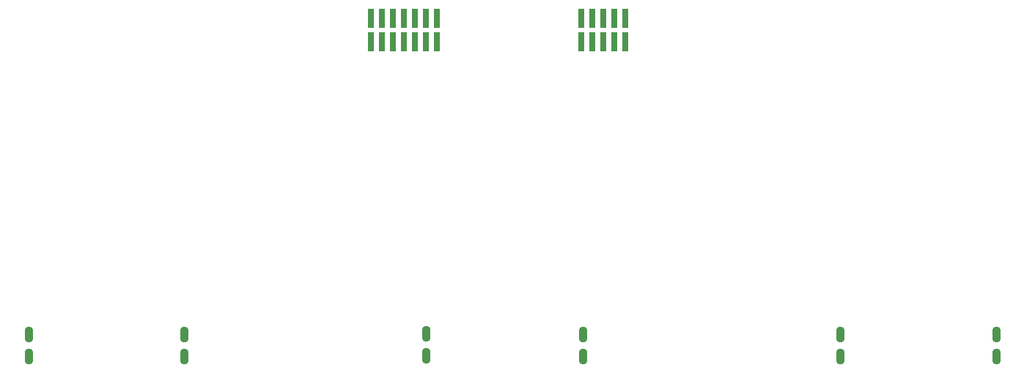
<source format=gbr>
G04 EAGLE Gerber RS-274X export*
G75*
%MOMM*%
%FSLAX34Y34*%
%LPD*%
%INSolderpaste Top*%
%IPPOS*%
%AMOC8*
5,1,8,0,0,1.08239X$1,22.5*%
G01*
%ADD10C,0.758950*%
%ADD11R,0.740000X2.220000*%


D10*
X1214408Y157945D02*
X1214408Y147755D01*
X1212854Y147755D01*
X1212854Y157945D01*
X1214408Y157945D01*
X1214408Y154965D02*
X1212854Y154965D01*
X1212854Y173155D02*
X1212854Y183345D01*
X1214408Y183345D01*
X1214408Y173155D01*
X1212854Y173155D01*
X1212854Y180365D02*
X1214408Y180365D01*
X1034408Y157945D02*
X1034408Y147755D01*
X1032854Y147755D01*
X1032854Y157945D01*
X1034408Y157945D01*
X1034408Y154965D02*
X1032854Y154965D01*
X1032854Y173155D02*
X1032854Y183345D01*
X1034408Y183345D01*
X1034408Y173155D01*
X1032854Y173155D01*
X1032854Y180365D02*
X1034408Y180365D01*
X736666Y157945D02*
X736666Y147755D01*
X735112Y147755D01*
X735112Y157945D01*
X736666Y157945D01*
X736666Y154965D02*
X735112Y154965D01*
X735112Y173155D02*
X735112Y183345D01*
X736666Y183345D01*
X736666Y173155D01*
X735112Y173155D01*
X735112Y180365D02*
X736666Y180365D01*
X555666Y158945D02*
X555666Y148755D01*
X554112Y148755D01*
X554112Y158945D01*
X555666Y158945D01*
X555666Y155965D02*
X554112Y155965D01*
X554112Y174155D02*
X554112Y184345D01*
X555666Y184345D01*
X555666Y174155D01*
X554112Y174155D01*
X554112Y181365D02*
X555666Y181365D01*
X276666Y157945D02*
X276666Y147755D01*
X275112Y147755D01*
X275112Y157945D01*
X276666Y157945D01*
X276666Y154965D02*
X275112Y154965D01*
X275112Y173155D02*
X275112Y183345D01*
X276666Y183345D01*
X276666Y173155D01*
X275112Y173155D01*
X275112Y180365D02*
X276666Y180365D01*
X96666Y158445D02*
X96666Y148255D01*
X95112Y148255D01*
X95112Y158445D01*
X96666Y158445D01*
X96666Y155465D02*
X95112Y155465D01*
X95112Y173655D02*
X95112Y183845D01*
X96666Y183845D01*
X96666Y173655D01*
X95112Y173655D01*
X95112Y180865D02*
X96666Y180865D01*
D11*
X568100Y516350D03*
X555400Y516350D03*
X542700Y516350D03*
X530000Y516350D03*
X517300Y516350D03*
X504600Y516350D03*
X491900Y516350D03*
X568100Y543650D03*
X555400Y543650D03*
X542700Y543650D03*
X530000Y543650D03*
X517300Y543650D03*
X504600Y543650D03*
X491900Y543650D03*
X734600Y543650D03*
X747300Y543650D03*
X760000Y543650D03*
X772700Y543650D03*
X785400Y543650D03*
X734600Y516350D03*
X747300Y516350D03*
X760000Y516350D03*
X772700Y516350D03*
X785400Y516350D03*
M02*

</source>
